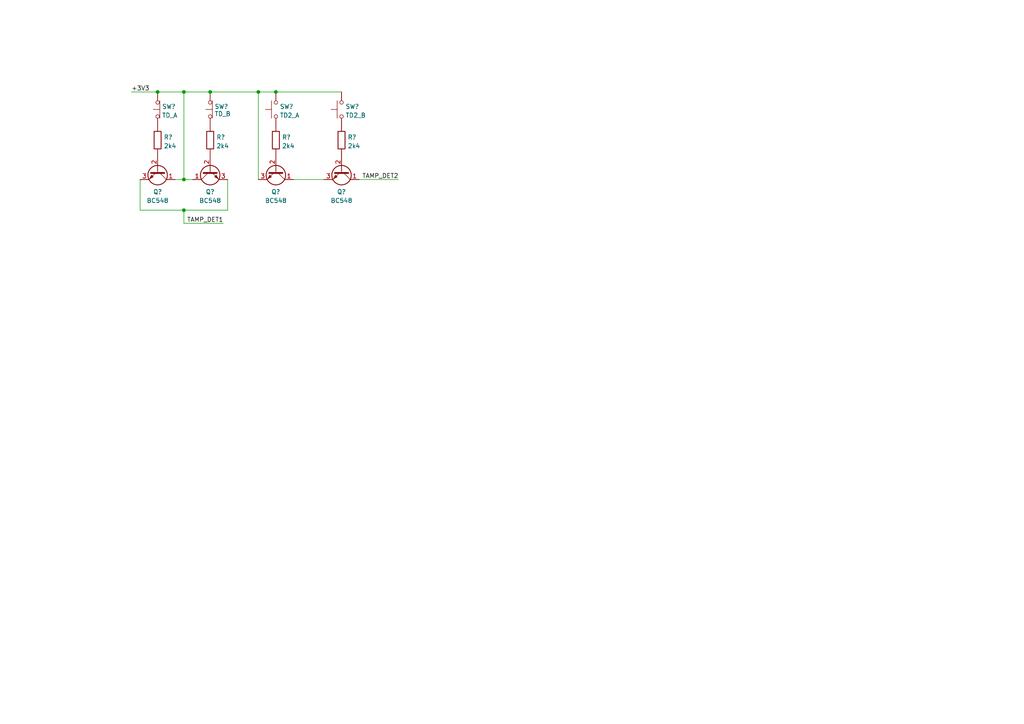
<source format=kicad_sch>
(kicad_sch (version 20211123) (generator eeschema)
  (paper "A4")
  (title_block (title "The Ulysses Board") (date "2022-09-08") (rev "1.3") (company "Dirk Gottschalk") (comment 1 "Tamper detection") (comment 2 "Schematics") (comment 3 "Draft") (comment 4 "EN") (comment 5 "Tech- dev.") (comment 6 "n/a") (comment 7 "Dirk Gottschalk"))
  (lib_symbols
    (symbol "Device:R" (pin_numbers hide) (pin_names (offset 0))
      (property "Reference" "R" (at 2.032 0 90))
      (property "Value" "R" (at 0 0 90))
      (symbol "R_0_1"
        (rectangle (start -1.016 -2.54) (end 1.016 2.54) (stroke (width 0.254)))
      )
      (symbol "R_1_1"
        (pin passive line (at 0 3.81 270) (length 1.27) (name "~") (number "1"))
        (pin passive line (at 0 -3.81 90) (length 1.27) (name "~") (number "2"))
      )
    )
    (symbol "Switch:SW_Push" (pin_numbers hide) (pin_names (offset 1.016) hide)
      (property "Reference" "SW" (at 1.27 2.54 0))
      (property "Value" "SW_Push" (at 0 -1.524 0))
      (symbol "SW_Push_0_1"
        (circle (center -2.032 0) (radius 0.508))
        (polyline (pts (xy 0 1.27) (xy 0 3.048)))
        (polyline (pts (xy 2.54 1.27) (xy -2.54 1.27)))
        (circle (center 2.032 0) (radius 0.508))
        (pin passive line (at -5.08 0 0) (length 2.54) (name "1") (number "1"))
        (pin passive line (at 5.08 0 180) (length 2.54) (name "2") (number "2"))
      )
    )
    (symbol "Switch:SW_Push_Open" (pin_numbers hide) (pin_names (offset 1.016) hide)
      (property "Reference" "SW" (at 0 2.54 0))
      (property "Value" "SW_Push_Open" (at 0 -1.905 0))
      (symbol "SW_Push_Open_0_1"
        (circle (center -2.032 0) (radius 0.508))
        (polyline (pts (xy -2.54 -0.635) (xy 2.54 -0.635)))
        (polyline (pts (xy 0 -0.635) (xy 0 1.27)))
        (circle (center 2.032 0) (radius 0.508))
        (pin passive line (at -5.08 0 0) (length 2.54) (name "A") (number "1"))
      )
      (symbol "SW_Push_Open_1_1"
        (pin passive line (at 5.08 0 180) (length 2.54) (name "B") (number "2"))
      )
    )
    (symbol "Transistor_BJT:BC548" (pin_names (offset 0) hide)
      (property "Reference" "Q" (at 5.08 1.905 0))
      (property "Value" "BC548" (at 5.08 0 0))
      (symbol "BC548_0_1"
        (polyline (pts (xy 0 0) (xy 0.635 0)))
        (polyline (pts (xy 0.635 0.635) (xy 2.54 2.54)))
        (polyline (pts (xy 0.635 -0.635) (xy 2.54 -2.54) (xy 2.54 -2.54)))
        (polyline (pts (xy 0.635 1.905) (xy 0.635 -1.905) (xy 0.635 -1.905)) (stroke (width 0.508)))
        (polyline (pts (xy 1.27 -1.778) (xy 1.778 -1.27) (xy 2.286 -2.286) (xy 1.27 -1.778) (xy 1.27 -1.778)) (fill (type outline)))
        (circle (center 1.27 0) (radius 2.8194) (stroke (width 0.254)))
      )
      (symbol "BC548_1_1"
        (pin passive line (at 2.54 5.08 270) (length 2.54) (name "C") (number "1"))
        (pin input line (at -5.08 0 0) (length 5.08) (name "B") (number "2"))
        (pin passive line (at 2.54 -5.08 90) (length 2.54) (name "E") (number "3"))
      )
    )
  )
  (junction (at 80.01 26.67))
  (junction (at 45.72 26.67))
  (junction (at 74.93 26.67))
  (junction (at 53.34 26.67))
  (junction (at 53.34 60.96))
  (junction (at 53.34 52.07))
  (junction (at 60.96 26.67))
  (wire (pts (xy 53.34 64.77) (xy 53.34 60.96)))
  (wire (pts (xy 80.01 26.67) (xy 99.06 26.67)))
  (wire (pts (xy 53.34 60.96) (xy 66.04 60.96)))
  (wire (pts (xy 40.64 52.07) (xy 40.64 60.96)))
  (wire (pts (xy 50.8 52.07) (xy 53.34 52.07)))
  (wire (pts (xy 45.72 26.67) (xy 53.34 26.67)))
  (wire (pts (xy 53.34 52.07) (xy 55.88 52.07)))
  (wire (pts (xy 85.09 52.07) (xy 93.98 52.07)))
  (wire (pts (xy 74.93 26.67) (xy 80.01 26.67)))
  (wire (pts (xy 104.14 52.07) (xy 115.57 52.07)))
  (wire (pts (xy 60.96 26.67) (xy 74.93 26.67)))
  (wire (pts (xy 74.93 26.67) (xy 74.93 52.07)))
  (wire (pts (xy 38.1 26.67) (xy 45.72 26.67)))
  (wire (pts (xy 53.34 26.67) (xy 60.96 26.67)))
  (wire (pts (xy 53.34 26.67) (xy 53.34 52.07)))
  (wire (pts (xy 66.04 60.96) (xy 66.04 52.07)))
  (wire (pts (xy 40.64 60.96) (xy 53.34 60.96)))
  (wire (pts (xy 64.77 64.77) (xy 53.34 64.77)))
  (label "TAMP_DET2" (at 115.57 52.07 180))
  (label "TAMP_DET1" (at 64.77 64.77 180))
  (label "+3V3" (at 38.1 26.67 0))
  (symbol (lib_id "Device:R") (at 99.06 40.64 0) (unit 1)
    (property "Reference" "R?" (at 100.838 39.8053 0) (effects (justify left)))
    (property "Value" "2k4" (at 100.838 42.3422 0) (effects (justify left)))
  )
  (symbol (lib_id "Switch:SW_Push") (at 99.06 31.75 90) (unit 1)
    (property "Reference" "SW?" (at 100.203 30.9153 90) (effects (justify right)))
    (property "Value" "TD2_B" (at 100.203 33.4522 90) (effects (justify right)))
  )
  (symbol (lib_id "Transistor_BJT:BC548") (at 80.01 49.53 270) (unit 1)
    (property "Reference" "Q?" (at 80.01 55.6498 90))
    (property "Value" "BC548" (at 80.01 58.1867 90))
    (property "Footprint" "Package_TO_SOT_THT:TO-92_Inline" (effects hide))
    (property "Datasheet" "https://www.onsemi.com/pub/Collateral/BC550-D.pdf" (effects hide))
  )
  (symbol (lib_id "Device:R") (at 60.96 40.64 0) (unit 1)
    (property "Reference" "R?" (at 62.738 39.8053 0) (effects (justify left)))
    (property "Value" "2k4" (at 62.738 42.3422 0) (effects (justify left)))
  )
  (symbol (lib_id "Switch:SW_Push_Open") (at 45.72 31.75 90) (unit 1)
    (property "Reference" "SW?" (at 46.99 30.9153 90) (effects (justify right)))
    (property "Value" "TD_A" (at 46.99 33.4522 90) (effects (justify right)))
  )
  (symbol (lib_id "Transistor_BJT:BC548") (at 45.72 49.53 270) (unit 1)
    (property "Reference" "Q?" (at 45.72 55.6498 90))
    (property "Value" "BC548" (at 45.72 58.1867 90))
    (property "Footprint" "Package_TO_SOT_THT:TO-92_Inline" (effects hide))
    (property "Datasheet" "https://www.onsemi.com/pub/Collateral/BC550-D.pdf" (effects hide))
  )
  (symbol (lib_id "Switch:SW_Push") (at 80.01 31.75 90) (unit 1)
    (property "Reference" "SW?" (at 81.153 30.9153 90) (effects (justify right)))
    (property "Value" "TD2_A" (at 81.153 33.4522 90) (effects (justify right)))
  )
  (symbol (lib_id "Transistor_BJT:BC548") (at 99.06 49.53 270) (unit 1)
    (property "Reference" "Q?" (at 99.06 55.6498 90))
    (property "Value" "BC548" (at 99.06 58.1867 90))
    (property "Footprint" "Package_TO_SOT_THT:TO-92_Inline" (effects hide))
    (property "Datasheet" "https://www.onsemi.com/pub/Collateral/BC550-D.pdf" (effects hide))
  )
  (symbol (lib_id "Device:R") (at 45.72 40.64 0) (unit 1)
    (property "Reference" "R?" (at 47.498 39.8053 0) (effects (justify left)))
    (property "Value" "2k4" (at 47.498 42.3422 0) (effects (justify left)))
  )
  (symbol (lib_id "Device:R") (at 80.01 40.64 0) (unit 1)
    (property "Reference" "R?" (at 81.788 39.8053 0) (effects (justify left)))
    (property "Value" "2k4" (at 81.788 42.3422 0) (effects (justify left)))
  )
  (symbol (lib_id "Transistor_BJT:BC548") (at 60.96 49.53 90) (mirror x) (unit 1)
    (property "Reference" "Q?" (at 60.96 55.6498 90))
    (property "Value" "BC548" (at 60.96 58.1867 90))
    (property "Footprint" "Package_TO_SOT_THT:TO-92_Inline" (effects hide))
    (property "Datasheet" "https://www.onsemi.com/pub/Collateral/BC550-D.pdf" (effects hide))
  )
  (symbol (lib_id "Switch:SW_Push_Open") (at 60.96 31.75 90) (unit 1)
    (property "Reference" "SW?" (at 62.23 30.9153 90) (effects (justify right)))
    (property "Value" "TD_B" (at 62.23 33.02 90) (effects (justify right)))
  )
)
</source>
